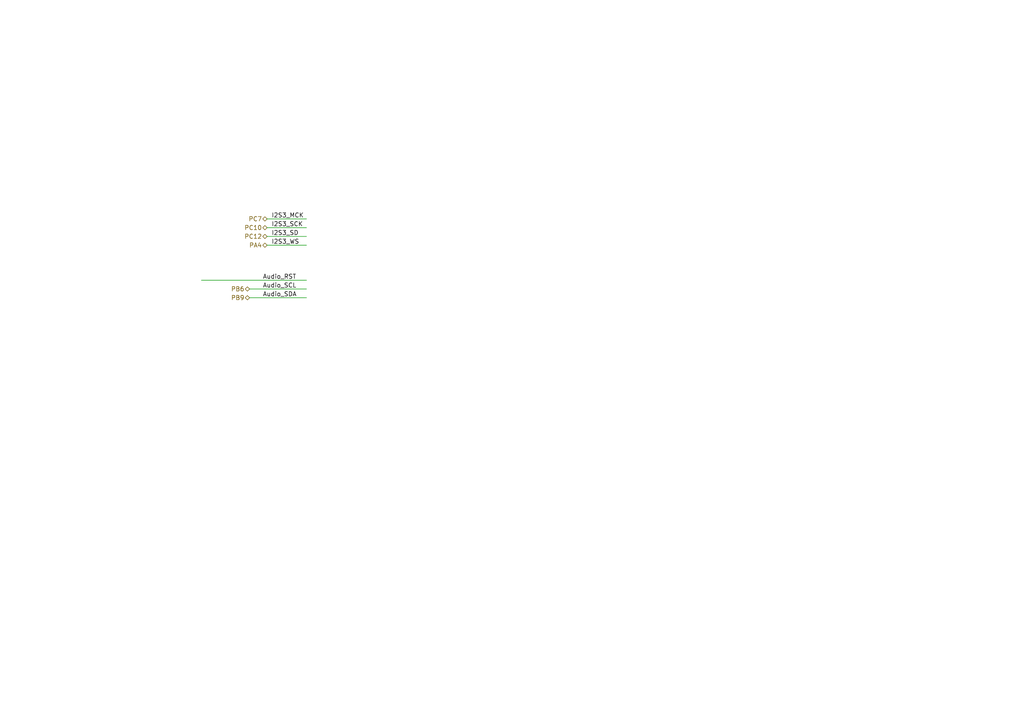
<source format=kicad_sch>
(kicad_sch (version 20230121) (generator eeschema)

  (uuid 94b8f1e1-309e-4b3f-ac6f-37931f5c22e8)

  (paper "A4")

  (lib_symbols
  )


  (wire (pts (xy 77.47 63.5) (xy 88.9 63.5))
    (stroke (width 0) (type default))
    (uuid 5f041c58-a3b6-4daa-9fbd-7443d6cc4833)
  )
  (wire (pts (xy 77.47 71.12) (xy 88.9 71.12))
    (stroke (width 0) (type default))
    (uuid 6c779357-6b69-42f9-951a-95744c3b90b9)
  )
  (wire (pts (xy 58.42 81.28) (xy 88.9 81.28))
    (stroke (width 0) (type default))
    (uuid 6ca34a69-4227-4932-beea-343f82ce564e)
  )
  (wire (pts (xy 77.47 66.04) (xy 88.9 66.04))
    (stroke (width 0) (type default))
    (uuid a0329f27-cdbf-4d6c-8078-107c686bec7d)
  )
  (wire (pts (xy 72.39 83.82) (xy 88.9 83.82))
    (stroke (width 0) (type default))
    (uuid b283ff55-6c19-4358-baea-389eae98470b)
  )
  (wire (pts (xy 77.47 68.58) (xy 88.9 68.58))
    (stroke (width 0) (type default))
    (uuid cc55e658-6a56-412c-ac2e-94b5a85f57ab)
  )
  (wire (pts (xy 72.39 86.36) (xy 88.9 86.36))
    (stroke (width 0) (type default))
    (uuid fbf4ebbe-bc5f-47d8-a426-780dddc49484)
  )

  (label "Audio_SDA" (at 76.2 86.36 0) (fields_autoplaced)
    (effects (font (size 1.27 1.27)) (justify left bottom))
    (uuid 0045fa7c-660a-4d91-8aad-1bc81975d556)
  )
  (label "I2S3_MCK" (at 78.74 63.5 0) (fields_autoplaced)
    (effects (font (size 1.27 1.27)) (justify left bottom))
    (uuid 2649bf14-eab2-419a-94b8-2871cbcc9327)
  )
  (label "I2S3_WS" (at 78.74 71.12 0) (fields_autoplaced)
    (effects (font (size 1.27 1.27)) (justify left bottom))
    (uuid 380d1d37-6630-4a63-8bc2-6dc68115fb31)
  )
  (label "I2S3_SD" (at 78.74 68.58 0) (fields_autoplaced)
    (effects (font (size 1.27 1.27)) (justify left bottom))
    (uuid 4776d5cc-6285-44cb-8782-e332012c8344)
  )
  (label "I2S3_SCK" (at 78.74 66.04 0) (fields_autoplaced)
    (effects (font (size 1.27 1.27)) (justify left bottom))
    (uuid 87f4158b-c948-4669-ace3-d09b2532e185)
  )
  (label "Audio_SCL" (at 76.2 83.82 0) (fields_autoplaced)
    (effects (font (size 1.27 1.27)) (justify left bottom))
    (uuid f75ef929-d52f-4727-a5fe-d4e18e623b42)
  )
  (label "Audio_RST" (at 76.2 81.28 0) (fields_autoplaced)
    (effects (font (size 1.27 1.27)) (justify left bottom))
    (uuid f8d59409-b8c5-45c1-bec3-0f0fceac7b9e)
  )

  (hierarchical_label "PC7" (shape bidirectional) (at 77.47 63.5 180) (fields_autoplaced)
    (effects (font (size 1.27 1.27)) (justify right))
    (uuid 07d15b2e-961a-4516-8e7d-1f75cf6454dc)
  )
  (hierarchical_label "PC12" (shape bidirectional) (at 77.47 68.58 180) (fields_autoplaced)
    (effects (font (size 1.27 1.27)) (justify right))
    (uuid 2e96d415-9bb2-4fb7-9a26-64d7942a8d69)
  )
  (hierarchical_label "PB6" (shape bidirectional) (at 72.39 83.82 180) (fields_autoplaced)
    (effects (font (size 1.27 1.27)) (justify right))
    (uuid 786aa3c2-5a92-4c51-90d4-bb6004f3ac92)
  )
  (hierarchical_label "PC10" (shape bidirectional) (at 77.47 66.04 180) (fields_autoplaced)
    (effects (font (size 1.27 1.27)) (justify right))
    (uuid 8a2f76b0-6f36-45a0-84ee-dcc21e14dfa3)
  )
  (hierarchical_label "PB9" (shape bidirectional) (at 72.39 86.36 180) (fields_autoplaced)
    (effects (font (size 1.27 1.27)) (justify right))
    (uuid a4a561f2-08d3-4a65-af25-192b7fe35924)
  )
  (hierarchical_label "PA4" (shape bidirectional) (at 77.47 71.12 180) (fields_autoplaced)
    (effects (font (size 1.27 1.27)) (justify right))
    (uuid cb4c2383-3453-489c-9989-ed0358a2c7d2)
  )
)

</source>
